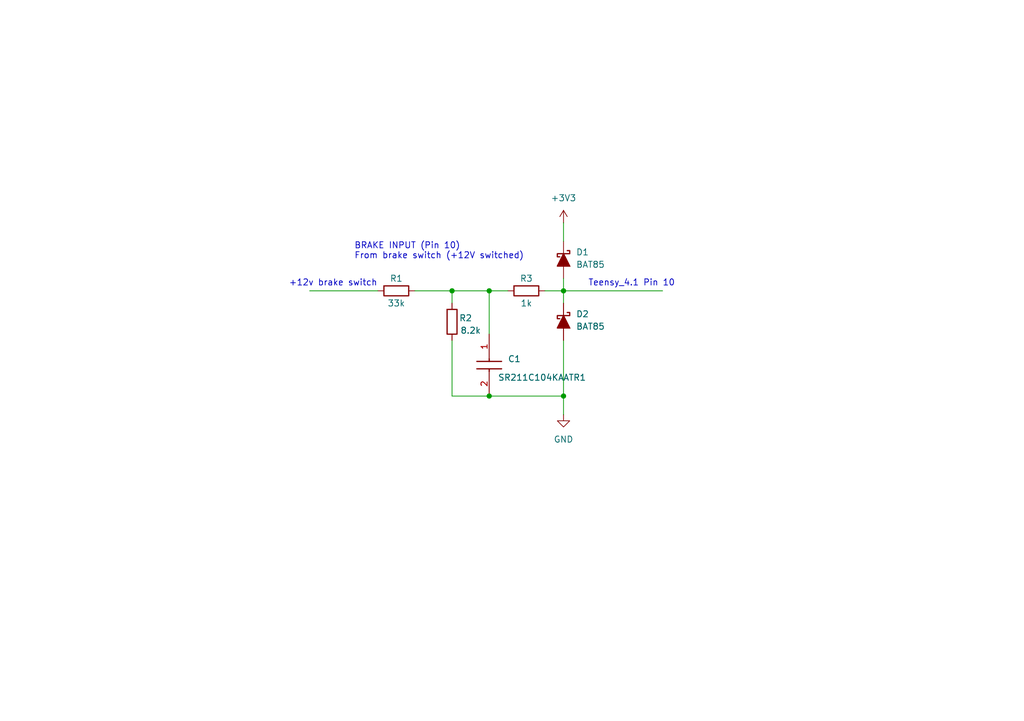
<source format=kicad_sch>
(kicad_sch (version 20250114) (generator "eeschema") (generator_version "9.0")
  (paper "A5")
  (lib_symbols
    (symbol "Device:R" (pin_numbers (hide yes)) (pin_names (offset 0))
      (property "Reference" "R" (at 2.032 0 90))
      (property "Value" "R" (at 0 0 90))
      (symbol "R_0_1"
        (rectangle (start -1.016 -2.54) (end 1.016 2.54) (stroke (width 0.254)))
      )
      (symbol "R_1_1"
        (pin passive line (at 0 3.81 270) (length 1.27) (name "~") (number "1"))
        (pin passive line (at 0 -3.81 90) (length 1.27) (name "~") (number "2"))
      )
    )
    (symbol "PCM_Diode_Schottky_AKL:BAT85" (pin_numbers (hide yes)) (pin_names (offset 1.016) (hide yes))
      (property "Reference" "D" (at 0 5.08 0))
      (property "Value" "BAT85" (at 0 2.54 0))
      (symbol "BAT85_0_1"
        (polyline (pts (xy -1.27 0) (xy 1.27 0)))
        (polyline (pts (xy -1.27 -1.27) (xy -1.27 1.27) (xy 1.27 0) (xy -1.27 -1.27)) (stroke (width 0.254)) (fill (type outline)))
        (polyline (pts (xy 1.905 -0.762) (xy 1.905 -1.27) (xy 1.27 -1.27) (xy 1.27 1.27) (xy 0.635 1.27) (xy 0.635 0.762)) (stroke (width 0.254)))
      )
      (symbol "BAT85_0_2"
        (polyline (pts (xy -2.54 -2.54) (xy 2.54 2.54)))
        (polyline (pts (xy -0.889 -0.889) (xy -1.778 0) (xy 0.889 0.889) (xy 0 -1.778) (xy -0.889 -0.889)) (stroke (width 0.254)) (fill (type outline)))
        (polyline (pts (xy 0 1.778) (xy 1.778 0)) (stroke (width 0.254)))
        (polyline (pts (xy 0 1.778) (xy -0.381 1.397) (xy 0 1.016)) (stroke (width 0.254)))
        (polyline (pts (xy 1.778 0) (xy 2.159 0.381) (xy 1.778 0.762)) (stroke (width 0.254)))
      )
      (symbol "BAT85_1_1"
        (pin passive line (at -3.81 0 0) (length 2.54) (name "A") (number "2"))
        (pin passive line (at 3.81 0 180) (length 2.54) (name "K") (number "1"))
      )
      (symbol "BAT85_1_2"
        (pin passive line (at -2.54 -2.54 0) (length 0) (name "A") (number "2"))
        (pin passive line (at 2.54 2.54 180) (length 0) (name "K") (number "1"))
      )
    )
    (symbol "SamacSys_Parts:SR211C104KAATR1" (pin_names (hide yes))
      (property "Reference" "C" (at 8.89 6.35 0))
      (property "Value" "SR211C104KAATR1" (at 8.89 3.81 0))
      (symbol "SR211C104KAATR1_1_1"
        (polyline (pts (xy 5.08 0) (xy 5.588 0)) (stroke (width 0.254)))
        (polyline (pts (xy 5.588 2.54) (xy 5.588 -2.54)) (stroke (width 0.254)))
        (polyline (pts (xy 7.112 2.54) (xy 7.112 -2.54)) (stroke (width 0.254)))
        (polyline (pts (xy 7.112 0) (xy 7.62 0)) (stroke (width 0.254)))
        (pin passive line (at 0 0 0) (length 5.08) (name "1") (number "1"))
        (pin passive line (at 12.7 0 180) (length 5.08) (name "2") (number "2"))
      )
    )
    (symbol "power:+3V3" (power) (pin_numbers (hide yes)) (pin_names (offset 0) (hide yes))
      (property "Value" "+3V3" (at 0 3.556 0))
      (symbol "+3V3_0_1"
        (polyline (pts (xy -0.762 1.27) (xy 0 2.54)))
        (polyline (pts (xy 0 2.54) (xy 0.762 1.27)))
        (polyline (pts (xy 0 0) (xy 0 2.54)))
      )
      (symbol "+3V3_1_1"
        (pin power_in line (at 0 0 90) (length 0) (name "~") (number "1"))
      )
    )
    (symbol "power:GND" (power) (pin_numbers (hide yes)) (pin_names (offset 0) (hide yes))
      (property "Value" "GND" (at 0 -3.81 0))
      (symbol "GND_0_1"
        (polyline (pts (xy 0 0) (xy 0 -1.27) (xy 1.27 -1.27) (xy 0 -2.54) (xy -1.27 -1.27) (xy 0 -1.27)))
      )
      (symbol "GND_1_1"
        (pin power_in line (at 0 0 270) (length 0) (name "~") (number "1"))
      )
    )
  )
  (text "+12v brake switch\n" (at 68.326 58.166 0) (effects (font (size 1.27 1.27))))
  (text "Teensy_4.1 Pin 10" (at 129.54 58.166 0) (effects (font (size 1.27 1.27))))
  (text "BRAKE INPUT (Pin 10)\nFrom brake switch (+12V switched)" (at 72.644 51.562 0) (effects (font (size 1.27 1.27)) (justify left)))
  (junction (at 100.33 81.28))
  (junction (at 115.57 81.28))
  (junction (at 100.33 59.69))
  (junction (at 115.57 59.69))
  (junction (at 92.71 59.69))
  (wire (pts (xy 92.71 59.69) (xy 92.71 62.23)))
  (wire (pts (xy 100.33 59.69) (xy 104.14 59.69)))
  (wire (pts (xy 111.76 59.69) (xy 115.57 59.69)))
  (wire (pts (xy 115.57 69.85) (xy 115.57 81.28)))
  (wire (pts (xy 100.33 59.69) (xy 100.33 68.58)))
  (wire (pts (xy 115.57 81.28) (xy 115.57 85.09)))
  (wire (pts (xy 63.5 59.69) (xy 77.47 59.69)))
  (wire (pts (xy 115.57 59.69) (xy 135.89 59.69)))
  (wire (pts (xy 92.71 59.69) (xy 100.33 59.69)))
  (wire (pts (xy 85.09 59.69) (xy 92.71 59.69)))
  (wire (pts (xy 92.71 69.85) (xy 92.71 81.28)))
  (wire (pts (xy 92.71 81.28) (xy 100.33 81.28)))
  (wire (pts (xy 115.57 59.69) (xy 115.57 62.23)))
  (wire (pts (xy 115.57 59.69) (xy 115.57 57.15)))
  (wire (pts (xy 115.57 45.72) (xy 115.57 49.53)))
  (wire (pts (xy 100.33 81.28) (xy 115.57 81.28)))
  (symbol (lib_id "PCM_Diode_Schottky_AKL:BAT85") (at 115.57 53.34 90) (unit 1)
    (property "Reference" "D1" (at 118.11 51.7524 90) (effects (justify right)))
    (property "Value" "BAT85" (at 118.11 54.2924 90) (effects (justify right)))
    (property "Footprint" "PCM_Diode_THT_AKL:D_DO-34_SOD68_P7.62mm_Horizontal" (effects (hide yes)))
    (property "Datasheet" "https://www.tme.eu/Document/a02201ffd45e43da73ea0afaa07300b7/BAT85.pdf" (effects (hide yes)))
    (property "Description" "DO-34 Schottky diode, 30V, 200mA, Alternate KiCAD Library" (effects (hide yes)))
  )
  (symbol (lib_id "Device:R") (at 107.95 59.69 90) (unit 1)
    (property "Reference" "R3" (at 107.95 57.15 90))
    (property "Value" "1k" (at 107.95 62.23 90))
  )
  (symbol (lib_id "Device:R") (at 92.71 66.04 0) (unit 1)
    (property "Reference" "R2" (at 95.504 65.278 0))
    (property "Value" "8.2k" (at 96.52 67.818 0))
  )
  (symbol (lib_id "power:+3V3") (at 115.57 45.72 0) (unit 1)
    (property "Reference" "#PWR01" (effects (hide yes)))
    (property "Value" "+3V3" (at 115.57 40.64 0))
    (property "Description" "Power symbol creates a global label with name \"+3V3\"" (effects (hide yes)))
  )
  (symbol (lib_id "PCM_Diode_Schottky_AKL:BAT85") (at 115.57 66.04 90) (unit 1)
    (property "Reference" "D2" (at 118.11 64.4524 90) (effects (justify right)))
    (property "Value" "BAT85" (at 118.11 66.9924 90) (effects (justify right)))
    (property "Footprint" "PCM_Diode_THT_AKL:D_DO-34_SOD68_P7.62mm_Horizontal" (effects (hide yes)))
    (property "Datasheet" "https://www.tme.eu/Document/a02201ffd45e43da73ea0afaa07300b7/BAT85.pdf" (effects (hide yes)))
    (property "Description" "DO-34 Schottky diode, 30V, 200mA, Alternate KiCAD Library" (effects (hide yes)))
  )
  (symbol (lib_id "Device:R") (at 81.28 59.69 90) (unit 1)
    (property "Reference" "R1" (at 81.28 57.15 90))
    (property "Value" "33k" (at 81.28 62.23 90))
  )
  (symbol (lib_id "SamacSys_Parts:SR211C104KAATR1") (at 100.33 68.58 270) (unit 1)
    (property "Reference" "C1" (at 104.14 73.6599 90) (effects (justify left)))
    (property "Value" "SR211C104KAATR1" (at 102.108 77.47 90) (effects (justify left)))
    (property "Footprint" "SamacSys_Parts:SR211C104KAATR1" (effects (hide yes)))
    (property "Datasheet" "https://datasheets.kyocera-avx.com/SR-Series.pdf" (effects (hide yes)))
    (property "Description" "Multilayer Ceramic Capacitors MLCC - Leaded 100V 0.1uF X7R Long Leads 1\"min 10% A 581-SR211C104KARTR1" (effects (hide yes)))
    (property "Height" "5.08" (effects (hide yes)))
    (property "Mouser Part Number" "581-SR211C104KAATR1" (effects (hide yes)))
    (property "Mouser Price/Stock" "https://www.mouser.co.uk/ProductDetail/KYOCERA-AVX/SR211C104KAATR1?qs=wrl9V6q653S2nTpVE13MlA%3D%3D" (effects (hide yes)))
    (property "Manufacturer_Name" "Kyocera AVX" (effects (hide yes)))
    (property "Manufacturer_Part_Number" "SR211C104KAATR1" (effects (hide yes)))
  )
  (symbol (lib_id "power:GND") (at 115.57 85.09 0) (unit 1)
    (property "Reference" "#PWR02" (effects (hide yes)))
    (property "Value" "GND" (at 115.57 90.17 0))
    (property "Description" "Power symbol creates a global label with name \"GND\" , ground" (effects (hide yes)))
  )
)
</source>
